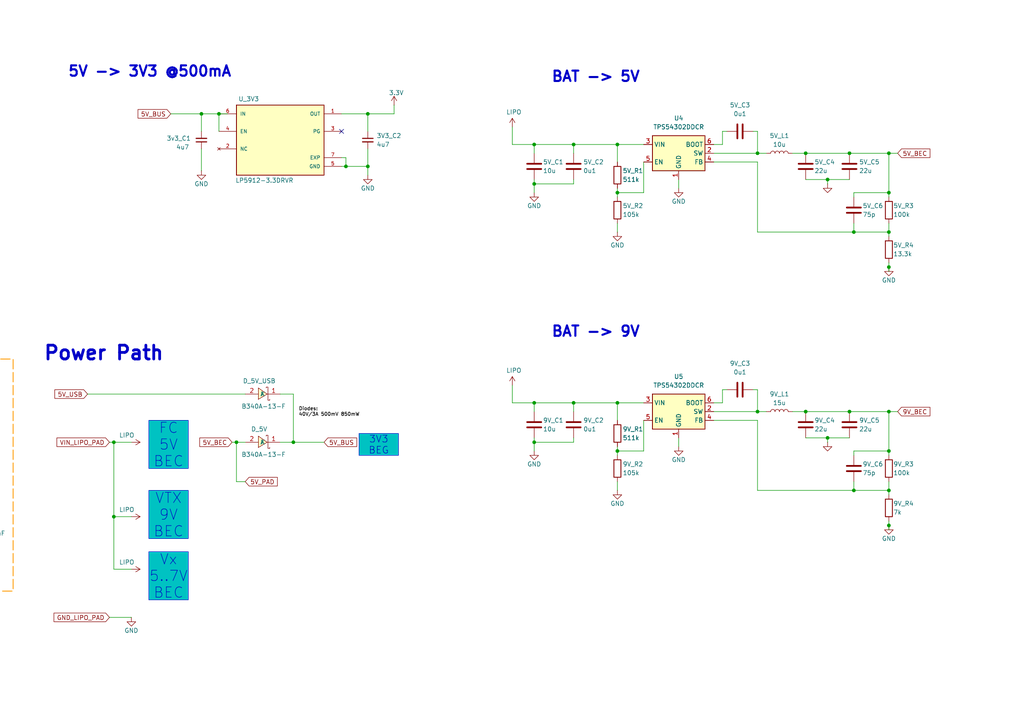
<source format=kicad_sch>
(kicad_sch (version 20250114) (generator "eeschema") (generator_version "9.0")
  (paper "A4")
  (lib_symbols
    (symbol "Device:C" (pin_numbers (hide yes)) (pin_names (offset 0.254))
      (property "Reference" "C" (at 0.635 2.54 0))
      (property "Value" "C" (at 0.635 -2.54 0))
      (symbol "C_0_1"
        (polyline (pts (xy -2.032 0.762) (xy 2.032 0.762)) (stroke (width 0.508)))
        (polyline (pts (xy -2.032 -0.762) (xy 2.032 -0.762)) (stroke (width 0.508)))
      )
      (symbol "C_1_1"
        (pin passive line (at 0 3.81 270) (length 2.794) (name "~") (number "1"))
        (pin passive line (at 0 -3.81 90) (length 2.794) (name "~") (number "2"))
      )
    )
    (symbol "Device:C_Small" (pin_numbers (hide yes)) (pin_names (offset 0.254) (hide yes))
      (property "Reference" "C" (at 0.254 1.778 0))
      (property "Value" "C_Small" (at 0.254 -2.032 0))
      (symbol "C_Small_0_1"
        (polyline (pts (xy -1.524 0.508) (xy 1.524 0.508)) (stroke (width 0.3048)))
        (polyline (pts (xy -1.524 -0.508) (xy 1.524 -0.508)) (stroke (width 0.3302)))
      )
      (symbol "C_Small_1_1"
        (pin passive line (at 0 2.54 270) (length 2.032) (name "~") (number "1"))
        (pin passive line (at 0 -2.54 90) (length 2.032) (name "~") (number "2"))
      )
    )
    (symbol "Device:L" (pin_numbers (hide yes)) (pin_names (offset 1.016) (hide yes))
      (property "Reference" "L" (at -1.27 0 90))
      (property "Value" "L" (at 1.905 0 90))
      (symbol "L_0_1"
        (arc (start 0 2.54) (mid 0.6323 1.905) (end 0 1.27))
        (arc (start 0 1.27) (mid 0.6323 0.635) (end 0 0))
        (arc (start 0 0) (mid 0.6323 -0.635) (end 0 -1.27))
        (arc (start 0 -1.27) (mid 0.6323 -1.905) (end 0 -2.54))
      )
      (symbol "L_1_1"
        (pin passive line (at 0 3.81 270) (length 1.27) (name "1") (number "1"))
        (pin passive line (at 0 -3.81 90) (length 1.27) (name "2") (number "2"))
      )
    )
    (symbol "Device:R" (pin_numbers (hide yes)) (pin_names (offset 0))
      (property "Reference" "R" (at 2.032 0 90))
      (property "Value" "R" (at 0 0 90))
      (symbol "R_0_1"
        (rectangle (start -1.016 -2.54) (end 1.016 2.54) (stroke (width 0.254)))
      )
      (symbol "R_1_1"
        (pin passive line (at 0 3.81 270) (length 1.27) (name "~") (number "1"))
        (pin passive line (at 0 -3.81 90) (length 1.27) (name "~") (number "2"))
      )
    )
    (symbol "Device:R_Small" (pin_numbers (hide yes)) (pin_names (offset 0.254) (hide yes))
      (property "Reference" "R" (at 0 0 90))
      (property "Value" "R_Small" (at 1.778 0 90))
      (symbol "R_Small_0_1"
        (rectangle (start -0.762 1.778) (end 0.762 -1.778) (stroke (width 0.2032)))
      )
      (symbol "R_Small_1_1"
        (pin passive line (at 0 2.54 270) (length 0.762) (name "~") (number "1"))
        (pin passive line (at 0 -2.54 90) (length 0.762) (name "~") (number "2"))
      )
    )
    (symbol "Regulator_Switching:TPS54302"
      (property "Reference" "U" (at -7.62 6.35 0))
      (property "Value" "TPS54302" (at 0 6.35 0))
      (symbol "TPS54302_0_1"
        (rectangle (start -7.62 5.08) (end 7.62 -5.08) (stroke (width 0.254)) (fill (type background)))
      )
      (symbol "TPS54302_1_1"
        (pin power_in line (at -10.16 2.54 0) (length 2.54) (name "VIN") (number "3"))
        (pin input line (at -10.16 -2.54 0) (length 2.54) (name "EN") (number "5"))
        (pin power_in line (at 0 -7.62 90) (length 2.54) (name "GND") (number "1"))
        (pin passive line (at 10.16 2.54 180) (length 2.54) (name "BOOT") (number "6"))
        (pin power_out line (at 10.16 0 180) (length 2.54) (name "SW") (number "2"))
        (pin input line (at 10.16 -2.54 180) (length 2.54) (name "FB") (number "4"))
      )
    )
    (symbol "custom_Library:3V3_MCU" (power) (pin_numbers (hide yes)) (pin_names (offset 0) (hide yes))
      (property "Value" "3V3_MCU" (at 0 3.556 0))
      (symbol "3V3_MCU_0_1"
        (polyline (pts (xy -0.762 1.27) (xy 0 2.54)))
        (polyline (pts (xy 0 2.54) (xy 0.762 1.27)))
        (polyline (pts (xy 0 0) (xy 0 2.54)))
      )
      (symbol "3V3_MCU_1_1"
        (pin power_in line (at 0 0 90) (length 0) (name "~") (number "1"))
      )
    )
    (symbol "custom_Library:B340A-13-F"
      (property "Reference" "D" (at 0 5.08 0))
      (property "Value" "B340A-13-F" (at 0 -5.08 0))
      (symbol "B340A-13-F_0_1"
        (polyline (pts (xy -2.03 1.52) (xy -2.03 1.78) (xy -1.52 1.78) (xy -1.52 -2.03) (xy -1.02 -2.03) (xy -1.02 -1.78)))
        (polyline (pts (xy 1.27 1.52) (xy -1.27 0) (xy 1.27 -1.78) (xy 1.27 1.52)) (fill (type background)))
        (pin unspecified line (at -5.08 0 0) (length 3.81) (name "K") (number "1"))
        (pin unspecified line (at 5.08 0 180) (length 3.81) (name "A") (number "2"))
      )
    )
    (symbol "custom_Library:LP5912-3.3DRVR" (pin_names (offset 1.016))
      (property "Reference" "U" (at -12.7 10.795 0))
      (property "Value" "LP5912-3.3DRVR" (at -12.7 -12.7 0))
      (symbol "LP5912-3.3DRVR_0_0"
        (rectangle (start -12.7 -10.16) (end 12.7 10.16) (stroke (width 0.254)) (fill (type background)))
        (pin input line (at -17.78 7.62 0) (length 5.08) (name "IN") (number "6"))
        (pin input line (at -17.78 2.54 0) (length 5.08) (name "EN") (number "4"))
        (pin no_connect line (at -17.78 -2.54 0) (length 5.08) (name "NC") (number "2"))
        (pin power_out line (at 17.78 7.62 180) (length 5.08) (name "OUT") (number "1"))
        (pin output line (at 17.78 2.54 180) (length 5.08) (name "PG") (number "3"))
        (pin power_in line (at 17.78 -5.08 180) (length 5.08) (name "EXP") (number "7"))
        (pin power_in line (at 17.78 -7.62 180) (length 5.08) (name "GND") (number "5"))
      )
    )
    (symbol "custom_Library:Vin_LIPO" (power) (pin_numbers (hide yes)) (pin_names (offset 0) (hide yes))
      (property "Value" "Vin_LIPO" (at 0 3.556 0))
      (symbol "Vin_LIPO_0_1"
        (polyline (pts (xy -0.762 1.27) (xy 0 2.54)))
        (polyline (pts (xy 0 2.54) (xy 0.762 1.27)))
        (polyline (pts (xy 0 0) (xy 0 2.54)))
      )
      (symbol "Vin_LIPO_1_1"
        (pin power_in line (at 0 0 90) (length 0) (name "~") (number "1"))
      )
    )
    (symbol "power:+5C" (power) (pin_numbers (hide yes)) (pin_names (offset 0) (hide yes))
      (property "Value" "+5C" (at 0 3.556 0))
      (symbol "+5C_0_1"
        (polyline (pts (xy -0.762 1.27) (xy 0 2.54)))
        (polyline (pts (xy 0 2.54) (xy 0.762 1.27)))
        (polyline (pts (xy 0 0) (xy 0 2.54)))
      )
      (symbol "+5C_1_1"
        (pin power_in line (at 0 0 90) (length 0) (name "~") (number "1"))
      )
    )
    (symbol "power:+5V" (power) (pin_numbers (hide yes)) (pin_names (offset 0) (hide yes))
      (property "Value" "+5V" (at 0 3.556 0))
      (symbol "+5V_0_1"
        (polyline (pts (xy -0.762 1.27) (xy 0 2.54)))
        (polyline (pts (xy 0 2.54) (xy 0.762 1.27)))
        (polyline (pts (xy 0 0) (xy 0 2.54)))
      )
      (symbol "+5V_1_1"
        (pin power_in line (at 0 0 90) (length 0) (name "~") (number "1"))
      )
    )
    (symbol "power:GND" (power) (pin_numbers (hide yes)) (pin_names (offset 0) (hide yes))
      (property "Value" "GND" (at 0 -3.81 0))
      (symbol "GND_0_1"
        (polyline (pts (xy 0 0) (xy 0 -1.27) (xy 1.27 -1.27) (xy 0 -2.54) (xy -1.27 -1.27) (xy 0 -1.27)))
      )
      (symbol "GND_1_1"
        (pin power_in line (at 0 0 270) (length 0) (name "~") (number "1"))
      )
    )
    (symbol "power:VBUS" (power) (pin_numbers (hide yes)) (pin_names (offset 0) (hide yes))
      (property "Value" "VBUS" (at 0 3.556 0))
      (symbol "VBUS_0_1"
        (polyline (pts (xy -0.762 1.27) (xy 0 2.54)))
        (polyline (pts (xy 0 2.54) (xy 0.762 1.27)))
        (polyline (pts (xy 0 0) (xy 0 2.54)))
      )
      (symbol "VBUS_1_1"
        (pin power_in line (at 0 0 90) (length 0) (name "~") (number "1"))
      )
    )
    (symbol "ul_TPS2121RUXR:TPS2121RUXR" (pin_names (offset 0.254))
      (property "Reference" "U4" (at 0 30.48 0))
      (property "Value" "TPS2121RUXR" (at 0 27.94 0))
      (symbol "TPS2121RUXR_0_1"
        (polyline (pts (xy -12.7 25.4) (xy -12.7 -25.4)) (stroke (width 0.2032)))
        (polyline (pts (xy -12.7 -25.4) (xy 12.7 -25.4)) (stroke (width 0.2032)))
        (polyline (pts (xy 12.7 25.4) (xy -12.7 25.4)) (stroke (width 0.2032)))
        (polyline (pts (xy 12.7 -25.4) (xy 12.7 25.4)) (stroke (width 0.2032)))
        (pin power_in line (at -17.78 20.32 0) (length 5.08) (name "IN1") (number "7"))
        (pin input line (at -17.78 12.7 0) (length 5.08) (name "PR1") (number "6"))
        (pin power_in line (at -17.78 -2.54 0) (length 5.08) (name "IN2") (number "2"))
        (pin input line (at -17.78 -10.16 0) (length 5.08) (name "CP2") (number "3"))
        (pin input line (at -17.78 -20.32 0) (length 5.08) (name "OV2") (number "4"))
        (pin power_in line (at 17.78 20.32 180) (length 5.08) (name "OUT") (number "1"))
        (pin power_in line (at 17.78 17.78 180) (length 5.08) (name "OUT") (number "8"))
        (pin input line (at 17.78 7.62 180) (length 5.08) (name "OV1") (number "5"))
        (pin output line (at 17.78 2.54 180) (length 5.08) (name "ST") (number "9"))
        (pin bidirectional line (at 17.78 -5.08 180) (length 5.08) (name "SS") (number "11"))
        (pin bidirectional line (at 17.78 -10.16 180) (length 5.08) (name "ILM") (number "10"))
        (pin power_in line (at 17.78 -20.32 180) (length 5.08) (name "GND") (number "12"))
      )
    )
  )
  (rectangle (start -67.31 104.14) (end 3.81 171.45) (stroke (width 0.25) (type dash) (color 255 153 0 1)))
  (text "5V -> 3V3 @500mA" (at 19.558 22.606 0) (effects (font (size 3 3) (thickness 0.6) (bold yes)) (justify left bottom)))
  (text "Power Path" (at 12.446 104.902 0) (effects (font (size 4 4) (thickness 0.8) (bold yes)) (justify left bottom)))
  (text "BAT -> 9V" (at 159.766 98.044 0) (effects (font (size 3 3) (thickness 0.6) (bold yes)) (justify left bottom)))
  (text "Power Mux" (at -32.004 101.346 0) (effects (font (size 3 3) (thickness 0.375))))
  (text "BAT -> 5V" (at 159.766 24.13 0) (effects (font (size 3 3) (thickness 0.6) (bold yes)) (justify left bottom)))
  (text "Diodes: \n40V/3A 500mV 850mW" (at 86.614 120.904 0) (effects (font (size 1 1)) (justify left bottom)))
  (text_box "Vx\n5..7V BEC" (at 43.18 160.02 0) (size 11.43 13.97) (margins 2.25 2.25 2.25 2.25) (fill (type color) (color 0 194 194 1)) (effects (font (size 3 3))))
  (text_box "VTX\n9V BEC" (at 43.18 142.24 0) (size 11.43 13.97) (margins 2.25 2.25 2.25 2.25) (fill (type color) (color 0 194 194 1)) (effects (font (size 3 3))))
  (text_box "FC\n5V \nBEC\n" (at 43.18 121.92 0) (size 11.43 13.97) (margins 2.25 2.25 2.25 2.25) (fill (type color) (color 0 194 194 1)) (effects (font (size 3 3))))
  (text_box "3V3 BEG" (at 104.14 125.73 0) (size 11.43 6.35) (margins 1.5 1.5 1.5 1.5) (fill (type color) (color 0 194 194 1)) (effects (font (size 2 2))))
  (junction (at 154.94 41.91))
  (junction (at 233.68 119.38))
  (junction (at 257.81 67.31))
  (junction (at 179.07 55.88))
  (junction (at -53.34 118.11))
  (junction (at 68.58 128.27))
  (junction (at 240.03 127))
  (junction (at -12.7 158.75))
  (junction (at 166.37 41.91))
  (junction (at 106.68 48.26))
  (junction (at 33.02 128.27))
  (junction (at -53.34 158.75))
  (junction (at 166.37 116.84))
  (junction (at 257.81 77.47))
  (junction (at 257.81 130.81))
  (junction (at -53.34 125.73))
  (junction (at 58.42 33.02))
  (junction (at 154.94 116.84))
  (junction (at 154.94 53.34))
  (junction (at -12.7 135.89))
  (junction (at 257.81 142.24))
  (junction (at 219.71 119.38))
  (junction (at -53.34 148.59))
  (junction (at -12.7 118.11))
  (junction (at 106.68 33.02))
  (junction (at 233.68 44.45))
  (junction (at 219.71 44.45))
  (junction (at 179.07 41.91))
  (junction (at 257.81 44.45))
  (junction (at 247.65 142.24))
  (junction (at 179.07 130.81))
  (junction (at -53.34 140.97))
  (junction (at 257.81 55.88))
  (junction (at 246.38 119.38))
  (junction (at 240.03 52.07))
  (junction (at 257.81 152.4))
  (junction (at 179.07 116.84))
  (junction (at 85.09 128.27))
  (junction (at 247.65 67.31))
  (junction (at 257.81 119.38))
  (junction (at 100.33 48.26))
  (junction (at 63.5 33.02))
  (junction (at 246.38 44.45))
  (junction (at 33.02 149.86))
  (junction (at 154.94 128.27))
  (no_connect (at 99.06 38.1))
  (wire (pts (xy 63.5 33.02) (xy 63.5 38.1)))
  (wire (pts (xy 25.4 114.3) (xy 71.12 114.3)))
  (wire (pts (xy 233.68 127) (xy 240.03 127)))
  (wire (pts (xy 58.42 33.02) (xy 63.5 33.02)))
  (wire (pts (xy -12.7 156.21) (xy -12.7 158.75)))
  (wire (pts (xy 166.37 41.91) (xy 179.07 41.91)))
  (wire (pts (xy 219.71 121.92) (xy 207.01 121.92)))
  (wire (pts (xy 233.68 119.38) (xy 246.38 119.38)))
  (wire (pts (xy 33.02 128.27) (xy 31.75 128.27)))
  (wire (pts (xy 257.81 44.45) (xy 260.35 44.45)))
  (wire (pts (xy 257.81 152.4) (xy 257.81 153.67)))
  (wire (pts (xy 179.07 41.91) (xy 186.69 41.91)))
  (wire (pts (xy 257.81 119.38) (xy 257.81 130.81)))
  (wire (pts (xy 81.28 128.27) (xy 85.09 128.27)))
  (wire (pts (xy -53.34 140.97) (xy -50.8 140.97)))
  (wire (pts (xy 38.1 165.1) (xy 33.02 165.1)))
  (wire (pts (xy 154.94 53.34) (xy 166.37 53.34)))
  (wire (pts (xy 154.94 53.34) (xy 154.94 55.88)))
  (wire (pts (xy 247.65 67.31) (xy 257.81 67.31)))
  (wire (pts (xy 247.65 64.77) (xy 247.65 67.31)))
  (wire (pts (xy 257.81 139.7) (xy 257.81 142.24)))
  (wire (pts (xy -50.8 148.59) (xy -53.34 148.59)))
  (wire (pts (xy -12.7 158.75) (xy -15.24 158.75)))
  (wire (pts (xy 219.71 44.45) (xy 222.25 44.45)))
  (wire (pts (xy -53.34 140.97) (xy -53.34 142.24)))
  (wire (pts (xy 229.87 119.38) (xy 233.68 119.38)))
  (wire (pts (xy -53.34 156.21) (xy -53.34 158.75)))
  (wire (pts (xy 218.44 113.03) (xy 219.71 113.03)))
  (wire (pts (xy 114.3 33.02) (xy 114.3 30.48)))
  (wire (pts (xy 58.42 43.18) (xy 58.42 49.53)))
  (wire (pts (xy 31.75 179.07) (xy 38.1 179.07)))
  (wire (pts (xy 257.81 55.88) (xy 257.81 57.15)))
  (wire (pts (xy 85.09 114.3) (xy 85.09 128.27)))
  (wire (pts (xy 219.71 121.92) (xy 219.71 142.24)))
  (wire (pts (xy 179.07 116.84) (xy 186.69 116.84)))
  (wire (pts (xy 166.37 127) (xy 166.37 128.27)))
  (wire (pts (xy 148.59 116.84) (xy 154.94 116.84)))
  (wire (pts (xy 154.94 128.27) (xy 166.37 128.27)))
  (wire (pts (xy 246.38 119.38) (xy 257.81 119.38)))
  (wire (pts (xy 154.94 41.91) (xy 166.37 41.91)))
  (wire (pts (xy 209.55 113.03) (xy 209.55 116.84)))
  (wire (pts (xy 99.06 45.72) (xy 100.33 45.72)))
  (wire (pts (xy -53.34 125.73) (xy -53.34 127)))
  (wire (pts (xy 207.01 119.38) (xy 219.71 119.38)))
  (wire (pts (xy 219.71 38.1) (xy 219.71 44.45)))
  (wire (pts (xy 247.65 142.24) (xy 257.81 142.24)))
  (wire (pts (xy -15.24 135.89) (xy -12.7 135.89)))
  (wire (pts (xy 85.09 128.27) (xy 93.98 128.27)))
  (wire (pts (xy 154.94 53.34) (xy 154.94 52.07)))
  (wire (pts (xy 166.37 52.07) (xy 166.37 53.34)))
  (wire (pts (xy 240.03 52.07) (xy 246.38 52.07)))
  (wire (pts (xy 148.59 41.91) (xy 154.94 41.91)))
  (wire (pts (xy 33.02 149.86) (xy 33.02 128.27)))
  (wire (pts (xy 246.38 44.45) (xy 257.81 44.45)))
  (wire (pts (xy 196.85 127) (xy 196.85 129.54)))
  (wire (pts (xy 179.07 55.88) (xy 179.07 57.15)))
  (wire (pts (xy 257.81 119.38) (xy 260.35 119.38)))
  (wire (pts (xy 257.81 142.24) (xy 257.81 143.51)))
  (wire (pts (xy 247.65 55.88) (xy 257.81 55.88)))
  (wire (pts (xy 247.65 55.88) (xy 247.65 57.15)))
  (wire (pts (xy 179.07 116.84) (xy 179.07 121.92)))
  (wire (pts (xy 166.37 116.84) (xy 179.07 116.84)))
  (wire (pts (xy 219.71 67.31) (xy 247.65 67.31)))
  (wire (pts (xy 148.59 111.76) (xy 148.59 116.84)))
  (wire (pts (xy -12.7 148.59) (xy -12.7 151.13)))
  (wire (pts (xy 33.02 149.86) (xy 33.02 165.1)))
  (wire (pts (xy -53.34 148.59) (xy -53.34 151.13)))
  (wire (pts (xy 68.58 128.27) (xy 71.12 128.27)))
  (wire (pts (xy 166.37 41.91) (xy 166.37 44.45)))
  (wire (pts (xy 106.68 48.26) (xy 106.68 50.8)))
  (wire (pts (xy 219.71 142.24) (xy 247.65 142.24)))
  (wire (pts (xy -12.7 161.29) (xy -12.7 158.75)))
  (wire (pts (xy -6.35 158.75) (xy -12.7 158.75)))
  (wire (pts (xy 38.1 128.27) (xy 33.02 128.27)))
  (wire (pts (xy 179.07 130.81) (xy 179.07 132.08)))
  (wire (pts (xy 38.1 149.86) (xy 33.02 149.86)))
  (wire (pts (xy 179.07 54.61) (xy 179.07 55.88)))
  (wire (pts (xy -15.24 148.59) (xy -12.7 148.59)))
  (wire (pts (xy 186.69 46.99) (xy 186.69 55.88)))
  (wire (pts (xy 100.33 45.72) (xy 100.33 48.26)))
  (wire (pts (xy 247.65 130.81) (xy 247.65 132.08)))
  (wire (pts (xy 186.69 55.88) (xy 179.07 55.88)))
  (wire (pts (xy 247.65 139.7) (xy 247.65 142.24)))
  (wire (pts (xy 66.04 33.02) (xy 63.5 33.02)))
  (wire (pts (xy 196.85 52.07) (xy 196.85 54.61)))
  (wire (pts (xy -12.7 135.89) (xy -12.7 130.81)))
  (wire (pts (xy 233.68 52.07) (xy 240.03 52.07)))
  (wire (pts (xy -15.24 143.51) (xy -6.35 143.51)))
  (wire (pts (xy 154.94 119.38) (xy 154.94 116.84)))
  (wire (pts (xy -15.24 118.11) (xy -12.7 118.11)))
  (wire (pts (xy 186.69 130.81) (xy 179.07 130.81)))
  (wire (pts (xy 209.55 38.1) (xy 210.82 38.1)))
  (wire (pts (xy -53.34 132.08) (xy -53.34 133.35)))
  (wire (pts (xy 207.01 44.45) (xy 219.71 44.45)))
  (wire (pts (xy 209.55 38.1) (xy 209.55 41.91)))
  (wire (pts (xy 257.81 76.2) (xy 257.81 77.47)))
  (wire (pts (xy 240.03 128.27) (xy 240.03 127)))
  (wire (pts (xy 81.28 114.3) (xy 85.09 114.3)))
  (wire (pts (xy 49.53 33.02) (xy 58.42 33.02)))
  (wire (pts (xy 100.33 48.26) (xy 106.68 48.26)))
  (wire (pts (xy 219.71 119.38) (xy 222.25 119.38)))
  (wire (pts (xy 209.55 116.84) (xy 207.01 116.84)))
  (wire (pts (xy 257.81 130.81) (xy 257.81 132.08)))
  (wire (pts (xy -53.34 158.75) (xy -53.34 161.29)))
  (wire (pts (xy -53.34 158.75) (xy -50.8 158.75)))
  (wire (pts (xy 179.07 41.91) (xy 179.07 46.99)))
  (wire (pts (xy -53.34 124.46) (xy -53.34 125.73)))
  (wire (pts (xy 219.71 46.99) (xy 219.71 67.31)))
  (wire (pts (xy 219.71 46.99) (xy 207.01 46.99)))
  (wire (pts (xy 233.68 44.45) (xy 246.38 44.45)))
  (wire (pts (xy 218.44 38.1) (xy 219.71 38.1)))
  (wire (pts (xy 154.94 128.27) (xy 154.94 130.81)))
  (wire (pts (xy -6.35 143.51) (xy -6.35 151.13)))
  (wire (pts (xy -12.7 120.65) (xy -12.7 118.11)))
  (wire (pts (xy -59.69 118.11) (xy -53.34 118.11)))
  (wire (pts (xy -53.34 118.11) (xy -53.34 119.38)))
  (wire (pts (xy 71.12 139.7) (xy 68.58 139.7)))
  (wire (pts (xy 154.94 116.84) (xy 166.37 116.84)))
  (wire (pts (xy 99.06 48.26) (xy 100.33 48.26)))
  (wire (pts (xy 186.69 121.92) (xy 186.69 130.81)))
  (wire (pts (xy 106.68 38.1) (xy 106.68 33.02)))
  (wire (pts (xy 148.59 36.83) (xy 148.59 41.91)))
  (wire (pts (xy 114.3 33.02) (xy 106.68 33.02)))
  (wire (pts (xy 154.94 44.45) (xy 154.94 41.91)))
  (wire (pts (xy 209.55 113.03) (xy 210.82 113.03)))
  (wire (pts (xy 209.55 41.91) (xy 207.01 41.91)))
  (wire (pts (xy 68.58 139.7) (xy 68.58 128.27)))
  (wire (pts (xy 99.06 33.02) (xy 106.68 33.02)))
  (wire (pts (xy 154.94 128.27) (xy 154.94 127)))
  (wire (pts (xy 219.71 113.03) (xy 219.71 119.38)))
  (wire (pts (xy 179.07 64.77) (xy 179.07 67.31)))
  (wire (pts (xy 67.31 128.27) (xy 68.58 128.27)))
  (wire (pts (xy -59.69 140.97) (xy -53.34 140.97)))
  (wire (pts (xy -53.34 118.11) (xy -50.8 118.11)))
  (wire (pts (xy 257.81 67.31) (xy 257.81 68.58)))
  (wire (pts (xy -15.24 130.81) (xy -12.7 130.81)))
  (wire (pts (xy -53.34 125.73) (xy -50.8 125.73)))
  (wire (pts (xy 240.03 127) (xy 246.38 127)))
  (wire (pts (xy 257.81 44.45) (xy 257.81 55.88)))
  (wire (pts (xy 106.68 43.18) (xy 106.68 48.26)))
  (wire (pts (xy 240.03 53.34) (xy 240.03 52.07)))
  (wire (pts (xy 229.87 44.45) (xy 233.68 44.45)))
  (wire (pts (xy 247.65 130.81) (xy 257.81 130.81)))
  (wire (pts (xy 257.81 64.77) (xy 257.81 67.31)))
  (wire (pts (xy -6.35 156.21) (xy -6.35 158.75)))
  (wire (pts (xy 58.42 33.02) (xy 58.42 38.1)))
  (wire (pts (xy 179.07 129.54) (xy 179.07 130.81)))
  (wire (pts (xy 257.81 151.13) (xy 257.81 152.4)))
  (wire (pts (xy 257.81 77.47) (xy 257.81 78.74)))
  (wire (pts (xy -53.34 148.59) (xy -53.34 147.32)))
  (wire (pts (xy -15.24 120.65) (xy -12.7 120.65)))
  (wire (pts (xy 179.07 139.7) (xy 179.07 142.24)))
  (wire (pts (xy 166.37 116.84) (xy 166.37 119.38)))
  (global_label "5V_BEC" (shape input) (at 67.31 128.27 180) (property "Intersheetrefs" "${INTERSHEET_REFS}" (effects (hide yes))))
  (global_label "9V_BEC" (shape input) (at 260.35 119.38 0) (property "Intersheetrefs" "${INTERSHEET_REFS}" (effects (hide yes))))
  (global_label "5V_BUS" (shape input) (at 93.98 128.27 0) (property "Intersheetrefs" "${INTERSHEET_REFS}" (effects (hide yes))))
  (global_label "GND_LIPO_PAD" (shape input) (at 31.75 179.07 180) (property "Intersheetrefs" "${INTERSHEET_REFS}" (effects (hide yes))))
  (global_label "5V_BEC" (shape input) (at 260.35 44.45 0) (property "Intersheetrefs" "${INTERSHEET_REFS}" (effects (hide yes))))
  (global_label "5V_PAD" (shape input) (at 71.12 139.7 0) (property "Intersheetrefs" "${INTERSHEET_REFS}" (effects (hide yes))))
  (global_label "5V_USB" (shape input) (at 25.4 114.3 180) (property "Intersheetrefs" "${INTERSHEET_REFS}" (effects (hide yes))))
  (global_label "5V_BUS" (shape input) (at 49.53 33.02 180) (property "Intersheetrefs" "${INTERSHEET_REFS}" (effects (hide yes))))
  (global_label "VIN_LIPO_PAD" (shape input) (at 31.75 128.27 180) (property "Intersheetrefs" "${INTERSHEET_REFS}" (effects (hide yes))))
  (symbol (lib_id "power:GND") (at 179.07 67.31 0) (unit 1)
    (property "Reference" "#PWR05" (effects (hide yes)))
    (property "Value" "GND" (at 179.07 71.12 0))
    (property "Description" "Power symbol creates a global label with name \"GND\" , ground" (effects (hide yes)))
  )
  (symbol (lib_id "custom_Library:Vin_LIPO") (at 38.1 165.1 270) (unit 1)
    (property "Reference" "#PWR068" (effects (hide yes)))
    (property "Value" "LIPO" (at 34.544 163.068 90) (effects (justify left)))
    (property "Description" "Power symbol creates a global label with name \"Vin_LIPO\"" (effects (hide yes)))
  )
  (symbol (lib_id "Regulator_Switching:TPS54302") (at 196.85 44.45 0) (unit 1)
    (property "Reference" "U4" (at 196.85 34.29 0))
    (property "Value" "TPS54302DDCR" (at 196.85 36.83 0))
    (property "Footprint" "Package_TO_SOT_SMD:SOT-23-6" (effects (hide yes)))
    (property "Datasheet" "http://www.ti.com/lit/ds/symlink/tps54302.pdf" (effects (hide yes)))
    (property "Description" "3A, 4.5 to 28V Input, EMI Friendly integrated switch synchronous step-down regulator, pulse-skipping, SOT-23-6" (effects (hide yes)))
  )
  (symbol (lib_id "Device:C") (at 247.65 60.96 0) (unit 1)
    (property "Reference" "5V_C6" (at 250.19 59.69 0) (effects (justify left)))
    (property "Value" "75p" (at 250.19 62.23 0) (effects (justify left)))
    (property "Footprint" "Capacitor_SMD:C_0402_1005Metric" (effects (hide yes)))
    (property "Description" "Unpolarized capacitor" (effects (hide yes)))
  )
  (symbol (lib_id "power:GND") (at 106.68 50.8 0) (unit 1)
    (property "Reference" "#PWR020" (effects (hide yes)))
    (property "Value" "GND" (at 106.68 54.61 0))
    (property "Description" "Power symbol creates a global label with name \"GND\" , ground" (effects (hide yes)))
  )
  (symbol (lib_id "Device:C") (at 214.63 38.1 90) (unit 1)
    (property "Reference" "5V_C3" (at 214.63 30.48 90))
    (property "Value" "0u1" (at 214.63 33.02 90))
    (property "Footprint" "Capacitor_SMD:C_0402_1005Metric" (effects (hide yes)))
    (property "Description" "Unpolarized capacitor" (effects (hide yes)))
  )
  (symbol (lib_id "Device:R_Small") (at -53.34 129.54 180) (unit 1)
    (property "Reference" "R16" (at -56.896 129.54 90) (effects (font (size 1.016 1.016))))
    (property "Value" "5kΩ" (at -55.372 129.54 90))
    (property "Footprint" "Resistor_SMD:R_0603_1608Metric" (effects (hide yes)))
    (property "Description" "Resistor, small symbol" (effects (hide yes)))
  )
  (symbol (lib_id "Device:C") (at 233.68 48.26 0) (unit 1)
    (property "Reference" "5V_C4" (at 236.22 46.99 0) (effects (justify left)))
    (property "Value" "22u" (at 236.22 49.53 0) (effects (justify left)))
    (property "Footprint" "Capacitor_SMD:C_0805_2012Metric" (effects (hide yes)))
    (property "Description" "Unpolarized capacitor" (effects (hide yes)))
  )
  (symbol (lib_id "Regulator_Switching:TPS54302") (at 196.85 119.38 0) (unit 1)
    (property "Reference" "U5" (at 196.85 109.22 0))
    (property "Value" "TPS54302DDCR" (at 196.85 111.76 0))
    (property "Footprint" "Package_TO_SOT_SMD:SOT-23-6" (effects (hide yes)))
    (property "Datasheet" "http://www.ti.com/lit/ds/symlink/tps54302.pdf" (effects (hide yes)))
    (property "Description" "3A, 4.5 to 28V Input, EMI Friendly integrated switch synchronous step-down regulator, pulse-skipping, SOT-23-6" (effects (hide yes)))
  )
  (symbol (lib_id "Device:C") (at 154.94 123.19 0) (unit 1)
    (property "Reference" "9V_C1" (at 157.48 121.92 0) (effects (justify left)))
    (property "Value" "10u" (at 157.48 124.46 0) (effects (justify left)))
    (property "Footprint" "Capacitor_SMD:C_0603_1608Metric" (effects (hide yes)))
    (property "Description" "Unpolarized capacitor" (effects (hide yes)))
  )
  (symbol (lib_id "Device:C") (at 166.37 48.26 0) (unit 1)
    (property "Reference" "5V_C2" (at 169.164 46.99 0) (effects (justify left)))
    (property "Value" "0u1" (at 169.164 49.53 0) (effects (justify left)))
    (property "Footprint" "Capacitor_SMD:C_0402_1005Metric" (effects (hide yes)))
    (property "Description" "Unpolarized capacitor" (effects (hide yes)))
  )
  (symbol (lib_id "custom_Library:Vin_LIPO") (at 38.1 128.27 270) (unit 1)
    (property "Reference" "#PWR052" (effects (hide yes)))
    (property "Value" "LIPO" (at 34.544 126.238 90) (effects (justify left)))
    (property "Description" "Power symbol creates a global label with name \"Vin_LIPO\"" (effects (hide yes)))
  )
  (symbol (lib_id "custom_Library:Vin_LIPO") (at 148.59 111.76 0) (unit 1)
    (property "Reference" "#PWR010" (effects (hide yes)))
    (property "Value" "LIPO" (at 146.812 107.442 0) (effects (justify left)))
    (property "Description" "Power symbol creates a global label with name \"Vin_LIPO\"" (effects (hide yes)))
  )
  (symbol (lib_id "Device:C_Small") (at 58.42 40.64 180) (unit 1)
    (property "Reference" "3v3_C1" (at 55.372 40.132 0) (effects (justify left)))
    (property "Value" "4u7" (at 54.864 42.672 0) (effects (justify left)))
    (property "Footprint" "Capacitor_SMD:C_0805_2012Metric" (effects (hide yes)))
    (property "Description" "Unpolarized capacitor, small symbol" (effects (hide yes)))
    (property "Arrow Part Number" "xx" (effects (hide yes)))
    (property "MANUFACTURER" "0" (effects (hide yes)))
    (property "# Footprint checked" "-" (effects (hide yes)))
    (property "# Value checked" "-" (effects (hide yes)))
    (property "#LCSC Check" "-" (effects (hide yes)))
    (property "#LCSC Part" "C15850" (effects (hide yes)))
    (property "Price" "-" (effects (hide yes)))
  )
  (symbol (lib_id "custom_Library:3V3_MCU") (at 114.3 30.48 0) (unit 1)
    (property "Reference" "#PWR022" (effects (hide yes)))
    (property "Value" "3.3V" (at 112.776 26.924 0) (effects (justify left)))
    (property "Description" "Power symbol creates a global label with name \"3V3_MCU\"" (effects (hide yes)))
  )
  (symbol (lib_id "Device:L") (at 226.06 44.45 90) (unit 1)
    (property "Reference" "5V_L1" (at 226.06 39.37 90))
    (property "Value" "10u" (at 226.06 41.91 90))
    (property "Footprint" "Capacitor_SMD:C_0603_1608Metric" (effects (hide yes)))
    (property "Description" "Inductor" (effects (hide yes)))
  )
  (symbol (lib_id "ul_TPS2121RUXR:TPS2121RUXR") (at -33.02 138.43 0) (unit 1)
    (property "Reference" "U3" (at -33.02 107.95 0) (effects (font (size 1.524 1.524))))
    (property "Value" "TPS2121RUXR" (at -33.02 110.49 0) (effects (font (size 1.524 1.524))))
    (property "Footprint" "TPS2121RUXR:RUX0012A" (effects (hide yes)))
    (property "Datasheet" "https://www.ti.com/lit/gpn/tps2121" (at -33.02 138.43 0) (effects (font (italic yes))))
  )
  (symbol (lib_id "custom_Library:B340A-13-F") (at 76.2 114.3 180) (unit 1)
    (property "Reference" "D_5V_USB" (at 75.184 110.49 0))
    (property "Value" "B340A-13-F" (at 76.454 117.856 0))
    (property "Footprint" "custom_Library:Schottky BA340 SMA_L4.4-W2.6-LS5.0-RD" (effects (hide yes)))
    (property "Datasheet" "https://lcsc.com/product-detail/Schottky-Barrier-Diodes-SBD_DIODES_B340A-13-F_B340A-13-F_C85098.html" (effects (hide yes)))
    (property "# Footprint checked" "-" (effects (hide yes)))
    (property "# Value checked" "-" (effects (hide yes)))
    (property "#LCSC Check" "-" (effects (hide yes)))
    (property "#LCSC Part" "C85098" (effects (hide yes)))
    (property "Price" "-" (effects (hide yes)))
    (property "LCSC Part" "C85098" (effects (hide yes)))
  )
  (symbol (lib_id "Device:C") (at 246.38 123.19 0) (unit 1)
    (property "Reference" "9V_C5" (at 249.174 121.92 0) (effects (justify left)))
    (property "Value" "22u" (at 249.174 124.46 0) (effects (justify left)))
    (property "Footprint" "Capacitor_SMD:C_0805_2012Metric" (effects (hide yes)))
    (property "Description" "Unpolarized capacitor" (effects (hide yes)))
  )
  (symbol (lib_id "Device:C") (at 166.37 123.19 0) (unit 1)
    (property "Reference" "9V_C2" (at 169.164 121.92 0) (effects (justify left)))
    (property "Value" "0u1" (at 169.164 124.46 0) (effects (justify left)))
    (property "Footprint" "Capacitor_SMD:C_0402_1005Metric" (effects (hide yes)))
    (property "Description" "Unpolarized capacitor" (effects (hide yes)))
  )
  (symbol (lib_id "power:GND") (at 154.94 55.88 0) (unit 1)
    (property "Reference" "#PWR03" (effects (hide yes)))
    (property "Value" "GND" (at 154.94 59.69 0))
    (property "Description" "Power symbol creates a global label with name \"GND\" , ground" (effects (hide yes)))
  )
  (symbol (lib_id "power:GND") (at 240.03 128.27 0) (unit 1)
    (property "Reference" "#PWR014" (effects (hide yes)))
    (property "Value" "GND" (effects (hide yes)))
    (property "Description" "Power symbol creates a global label with name \"GND\" , ground" (effects (hide yes)))
  )
  (symbol (lib_id "custom_Library:Vin_LIPO") (at 148.59 36.83 0) (unit 1)
    (property "Reference" "#PWR042" (effects (hide yes)))
    (property "Value" "LIPO" (at 146.812 32.512 0) (effects (justify left)))
    (property "Description" "Power symbol creates a global label with name \"Vin_LIPO\"" (effects (hide yes)))
  )
  (symbol (lib_id "Device:C") (at 214.63 113.03 90) (unit 1)
    (property "Reference" "9V_C3" (at 214.63 105.41 90))
    (property "Value" "0u1" (at 214.63 107.95 90))
    (property "Footprint" "Capacitor_SMD:C_0402_1005Metric" (effects (hide yes)))
    (property "Description" "Unpolarized capacitor" (effects (hide yes)))
  )
  (symbol (lib_id "Device:C") (at 233.68 123.19 0) (unit 1)
    (property "Reference" "9V_C4" (at 236.22 121.92 0) (effects (justify left)))
    (property "Value" "22u" (at 236.22 124.46 0) (effects (justify left)))
    (property "Footprint" "Capacitor_SMD:C_0805_2012Metric" (effects (hide yes)))
    (property "Description" "Unpolarized capacitor" (effects (hide yes)))
  )
  (symbol (lib_id "Device:R") (at 179.07 60.96 0) (unit 1)
    (property "Reference" "5V_R2" (at 180.594 59.69 0) (effects (justify left)))
    (property "Value" "105k" (at 180.594 62.23 0) (effects (justify left)))
    (property "Footprint" "Resistor_SMD:R_0603_1608Metric" (effects (hide yes)))
    (property "Description" "Resistor" (effects (hide yes)))
  )
  (symbol (lib_id "Device:R") (at 257.81 60.96 0) (unit 1)
    (property "Reference" "5V_R3" (at 259.08 59.69 0) (effects (justify left)))
    (property "Value" "100k" (at 259.08 62.23 0) (effects (justify left)))
    (property "Footprint" "Resistor_SMD:R_0603_1608Metric" (effects (hide yes)))
    (property "Description" "Resistor" (effects (hide yes)))
  )
  (symbol (lib_id "Device:C") (at 154.94 48.26 0) (unit 1)
    (property "Reference" "5V_C1" (at 157.48 46.99 0) (effects (justify left)))
    (property "Value" "10u" (at 157.48 49.53 0) (effects (justify left)))
    (property "Footprint" "Capacitor_SMD:C_0603_1608Metric" (effects (hide yes)))
    (property "Description" "Unpolarized capacitor" (effects (hide yes)))
  )
  (symbol (lib_id "power:+5V") (at -59.69 140.97 0) (unit 1)
    (property "Reference" "#PWR038" (effects (hide yes)))
    (property "Value" "+5V" (at -59.69 135.89 0))
    (property "Description" "Power symbol creates a global label with name \"+5V\"" (effects (hide yes)))
  )
  (symbol (lib_id "power:GND") (at -12.7 135.89 0) (unit 1)
    (property "Reference" "#PWR046" (effects (hide yes)))
    (property "Value" "GND" (at -12.7 140.97 0))
    (property "Description" "Power symbol creates a global label with name \"GND\" , ground" (effects (hide yes)))
  )
  (symbol (lib_id "power:GND") (at 38.1 179.07 0) (unit 1)
    (property "Reference" "#PWR054" (effects (hide yes)))
    (property "Value" "GND" (at 38.1 182.88 0))
    (property "Description" "Power symbol creates a global label with name \"GND\" , ground" (effects (hide yes)))
  )
  (symbol (lib_id "Device:R") (at 179.07 135.89 0) (unit 1)
    (property "Reference" "9V_R2" (at 180.594 134.62 0) (effects (justify left)))
    (property "Value" "105k" (at 180.594 137.16 0) (effects (justify left)))
    (property "Footprint" "Resistor_SMD:R_0603_1608Metric" (effects (hide yes)))
    (property "Description" "Resistor" (effects (hide yes)))
  )
  (symbol (lib_id "power:VBUS") (at -59.69 118.11 0) (unit 1)
    (property "Reference" "#PWR073" (effects (hide yes)))
    (property "Value" "VBUS" (at -59.69 113.03 0))
    (property "Description" "Power symbol creates a global label with name \"VBUS\"" (effects (hide yes)))
  )
  (symbol (lib_id "Device:R") (at 257.81 72.39 0) (unit 1)
    (property "Reference" "5V_R4" (at 259.08 71.12 0) (effects (justify left)))
    (property "Value" "13.3k" (at 259.08 73.66 0) (effects (justify left)))
    (property "Footprint" "Resistor_SMD:R_0402_1005Metric" (effects (hide yes)))
    (property "Description" "Resistor" (effects (hide yes)))
  )
  (symbol (lib_id "Device:C") (at 247.65 135.89 0) (unit 1)
    (property "Reference" "9V_C6" (at 250.19 134.62 0) (effects (justify left)))
    (property "Value" "75p" (at 250.19 137.16 0) (effects (justify left)))
    (property "Footprint" "Capacitor_SMD:C_0402_1005Metric" (effects (hide yes)))
    (property "Description" "Unpolarized capacitor" (effects (hide yes)))
  )
  (symbol (lib_id "power:GND") (at 196.85 129.54 0) (unit 1)
    (property "Reference" "#PWR013" (effects (hide yes)))
    (property "Value" "GND" (at 196.85 133.35 0))
    (property "Description" "Power symbol creates a global label with name \"GND\" , ground" (effects (hide yes)))
  )
  (symbol (lib_id "power:GND") (at -53.34 161.29 0) (unit 1)
    (property "Reference" "#PWR053" (effects (hide yes)))
    (property "Value" "GND" (at -53.34 166.37 0))
    (property "Description" "Power symbol creates a global label with name \"GND\" , ground" (effects (hide yes)))
  )
  (symbol (lib_id "power:GND") (at 196.85 54.61 0) (unit 1)
    (property "Reference" "#PWR09" (effects (hide yes)))
    (property "Value" "GND" (at 196.85 58.42 0))
    (property "Description" "Power symbol creates a global label with name \"GND\" , ground" (effects (hide yes)))
  )
  (symbol (lib_id "power:+5C") (at -12.7 118.11 0) (unit 1)
    (property "Reference" "#PWR038" (effects (hide yes)))
    (property "Value" "+5C" (at -12.7 113.03 0))
    (property "Description" "Power symbol creates a global label with name \"+5C\"" (effects (hide yes)))
  )
  (symbol (lib_id "power:GND") (at 154.94 130.81 0) (unit 1)
    (property "Reference" "#PWR011" (effects (hide yes)))
    (property "Value" "GND" (at 154.94 134.62 0))
    (property "Description" "Power symbol creates a global label with name \"GND\" , ground" (effects (hide yes)))
  )
  (symbol (lib_id "power:GND") (at 257.81 77.47 0) (unit 1)
    (property "Reference" "#PWR08" (effects (hide yes)))
    (property "Value" "GND" (at 257.81 81.28 0))
    (property "Description" "Power symbol creates a global label with name \"GND\" , ground" (effects (hide yes)))
  )
  (symbol (lib_id "power:GND") (at 257.81 152.4 0) (unit 1)
    (property "Reference" "#PWR015" (effects (hide yes)))
    (property "Value" "GND" (at 257.81 156.21 0))
    (property "Description" "Power symbol creates a global label with name \"GND\" , ground" (effects (hide yes)))
  )
  (symbol (lib_id "Device:R_Small") (at -53.34 144.78 180) (unit 1)
    (property "Reference" "R18" (at -56.896 144.78 90) (effects (font (size 1.016 1.016))))
    (property "Value" "43kΩ" (at -55.372 144.78 90))
    (property "Footprint" "Resistor_SMD:R_0603_1608Metric" (effects (hide yes)))
    (property "Description" "Resistor, small symbol" (effects (hide yes)))
  )
  (symbol (lib_id "custom_Library:Vin_LIPO") (at 38.1 149.86 270) (unit 1)
    (property "Reference" "#PWR059" (effects (hide yes)))
    (property "Value" "LIPO" (at 34.544 147.828 90) (effects (justify left)))
    (property "Description" "Power symbol creates a global label with name \"Vin_LIPO\"" (effects (hide yes)))
  )
  (symbol (lib_id "Device:R_Small") (at -12.7 153.67 0) (unit 1)
    (property "Reference" "R20" (at -9.144 153.67 90) (effects (font (size 1.016 1.016))))
    (property "Value" "60Ω" (at -10.668 153.67 90))
    (property "Footprint" "Resistor_SMD:R_0603_1608Metric" (effects (hide yes)))
    (property "Description" "Resistor, small symbol" (effects (hide yes)))
  )
  (symbol (lib_id "Device:C_Small") (at 106.68 40.64 0) (unit 1)
    (property "Reference" "3V3_C2" (at 109.22 39.37 0) (effects (justify left)))
    (property "Value" "4u7" (at 109.22 41.91 0) (effects (justify left)))
    (property "Footprint" "Capacitor_SMD:C_0805_2012Metric" (effects (hide yes)))
    (property "Description" "Unpolarized capacitor, small symbol" (effects (hide yes)))
    (property "Arrow Part Number" "xx" (effects (hide yes)))
    (property "MANUFACTURER" "0" (effects (hide yes)))
    (property "# Footprint checked" "-" (effects (hide yes)))
    (property "# Value checked" "-" (effects (hide yes)))
    (property "#LCSC Check" "-" (effects (hide yes)))
    (property "#LCSC Part" "C15850" (effects (hide yes)))
    (property "Price" "-" (effects (hide yes)))
  )
  (symbol (lib_id "Device:C_Small") (at -6.35 153.67 180) (unit 1)
    (property "Reference" "C30" (at -0.508 152.654 0) (effects (justify left)))
    (property "Value" "100nF" (at 1.524 154.686 0) (effects (justify left)))
    (property "Footprint" "Capacitor_SMD:C_0603_1608Metric" (effects (hide yes)))
    (property "Description" "Unpolarized capacitor, small symbol" (effects (hide yes)))
  )
  (symbol (lib_id "power:GND") (at -53.34 133.35 0) (unit 1)
    (property "Reference" "#PWR043" (effects (hide yes)))
    (property "Value" "GND" (at -53.34 138.43 0))
    (property "Description" "Power symbol creates a global label with name \"GND\" , ground" (effects (hide yes)))
  )
  (symbol (lib_id "Device:R_Small") (at -53.34 121.92 180) (unit 1)
    (property "Reference" "R15" (at -56.896 121.92 90) (effects (font (size 1.016 1.016))))
    (property "Value" "13kΩ" (at -55.372 121.92 90))
    (property "Footprint" "Resistor_SMD:R_0603_1608Metric" (effects (hide yes)))
    (property "Description" "Resistor, small symbol" (effects (hide yes)))
  )
  (symbol (lib_id "Device:R") (at 257.81 135.89 0) (unit 1)
    (property "Reference" "9V_R3" (at 259.08 134.62 0) (effects (justify left)))
    (property "Value" "100k" (at 259.08 137.16 0) (effects (justify left)))
    (property "Footprint" "Resistor_SMD:R_0603_1608Metric" (effects (hide yes)))
    (property "Description" "Resistor" (effects (hide yes)))
  )
  (symbol (lib_id "custom_Library:LP5912-3.3DRVR") (at 81.28 40.64 0) (unit 1)
    (property "Reference" "U_3V3" (at 72.136 28.702 0))
    (property "Value" "LP5912-3.3DRVR" (at 76.708 52.324 0))
    (property "Footprint" "custom_Library:LP59123.3_SON65P200X200X80-7N" (effects (hide yes)))
    (property "MF" "Texas Instruments" (effects (hide yes)))
    (property "MAXIMUM_PACKAGE_HEIGHT" "0.8 mm" (effects (hide yes)))
    (property "Package" "WSON-6 Texas Instruments" (effects (hide yes)))
    (property "Price" "None" (effects (hide yes)))
    (property "Check_prices" "https://www.snapeda.com/parts/LP5912-3.3DRVR/Texas+Instruments/view-part/?ref=eda" (effects (hide yes)))
    (property "STANDARD" "IPC 7351B" (effects (hide yes)))
    (property "PARTREV" "D" (effects (hide yes)))
    (property "SnapEDA_Link" "https://www.snapeda.com/parts/LP5912-3.3DRVR/Texas+Instruments/view-part/?ref=snap" (effects (hide yes)))
    (property "MP" "LP5912-3.3DRVR" (effects (hide yes)))
    (property "Purchase-URL" "https://www.snapeda.com/api/url_track_click_mouser/?unipart_id=510369&manufacturer=Texas Instruments&part_name=LP5912-3.3DRVR&search_term=lp59123.3" (effects (hide yes)))
    (property "Description_1" "\n500-mA&nbsp;low-noise&nbsp;low-IQ&nbsp;low-dropout voltage regulator with reverse current protect\n" (effects (hide yes)))
    (property "Availability" "In Stock" (effects (hide yes)))
    (property "MANUFACTURER" "Texas Instruments" (effects (hide yes)))
    (property "# Footprint checked" "-" (effects (hide yes)))
    (property "# Value checked" "-" (effects (hide yes)))
    (property "#LCSC Check" "-" (effects (hide yes)))
    (property "#LCSC Part" "-" (effects (hide yes)))
  )
  (symbol (lib_id "Device:R") (at 179.07 50.8 0) (unit 1)
    (property "Reference" "5V_R1" (at 180.594 49.53 0) (effects (justify left)))
    (property "Value" "511k" (at 180.594 52.07 0) (effects (justify left)))
    (property "Footprint" "Resistor_SMD:R_0603_1608Metric" (effects (hide yes)))
    (property "Description" "Resistor" (effects (hide yes)))
  )
  (symbol (lib_id "custom_Library:B340A-13-F") (at 76.2 128.27 180) (unit 1)
    (property "Reference" "D_5V" (at 75.184 124.46 0))
    (property "Value" "B340A-13-F" (at 76.454 131.826 0))
    (property "Footprint" "custom_Library:Schottky BA340 SMA_L4.4-W2.6-LS5.0-RD" (effects (hide yes)))
    (property "Datasheet" "https://lcsc.com/product-detail/Schottky-Barrier-Diodes-SBD_DIODES_B340A-13-F_B340A-13-F_C85098.html" (effects (hide yes)))
    (property "# Footprint checked" "-" (effects (hide yes)))
    (property "# Value checked" "-" (effects (hide yes)))
    (property "#LCSC Check" "-" (effects (hide yes)))
    (property "#LCSC Part" "C85098" (effects (hide yes)))
    (property "Price" "-" (effects (hide yes)))
    (property "LCSC Part" "C85098" (effects (hide yes)))
  )
  (symbol (lib_id "Device:R_Small") (at -53.34 153.67 180) (unit 1)
    (property "Reference" "R19" (at -56.896 153.67 90) (effects (font (size 1.016 1.016))))
    (property "Value" "5kΩ" (at -55.372 153.67 90))
    (property "Footprint" "Resistor_SMD:R_0603_1608Metric" (effects (hide yes)))
    (property "Description" "Resistor, small symbol" (effects (hide yes)))
  )
  (symbol (lib_id "power:GND") (at 240.03 53.34 0) (unit 1)
    (property "Reference" "#PWR07" (effects (hide yes)))
    (property "Value" "GND" (effects (hide yes)))
    (property "Description" "Power symbol creates a global label with name \"GND\" , ground" (effects (hide yes)))
  )
  (symbol (lib_id "power:GND") (at 58.42 49.53 0) (unit 1)
    (property "Reference" "#PWR018" (effects (hide yes)))
    (property "Value" "GND" (at 58.42 53.34 0))
    (property "Description" "Power symbol creates a global label with name \"GND\" , ground" (effects (hide yes)))
  )
  (symbol (lib_id "power:GND") (at 179.07 142.24 0) (unit 1)
    (property "Reference" "#PWR012" (effects (hide yes)))
    (property "Value" "GND" (at 179.07 146.05 0))
    (property "Description" "Power symbol creates a global label with name \"GND\" , ground" (effects (hide yes)))
  )
  (symbol (lib_id "Device:R") (at 257.81 147.32 0) (unit 1)
    (property "Reference" "9V_R4" (at 259.08 146.05 0) (effects (justify left)))
    (property "Value" "7k" (at 259.08 148.59 0) (effects (justify left)))
    (property "Footprint" "Resistor_SMD:R_0402_1005Metric" (effects (hide yes)))
    (property "Description" "Resistor" (effects (hide yes)))
  )
  (symbol (lib_id "Device:L") (at 226.06 119.38 90) (unit 1)
    (property "Reference" "9V_L1" (at 226.06 114.3 90))
    (property "Value" "15u" (at 226.06 116.84 90))
    (property "Footprint" "Capacitor_SMD:C_0603_1608Metric" (effects (hide yes)))
    (property "Description" "Inductor" (effects (hide yes)))
  )
  (symbol (lib_id "Device:C") (at 246.38 48.26 0) (unit 1)
    (property "Reference" "5V_C5" (at 249.174 46.99 0) (effects (justify left)))
    (property "Value" "22u" (at 249.174 49.53 0) (effects (justify left)))
    (property "Footprint" "Capacitor_SMD:C_0805_2012Metric" (effects (hide yes)))
    (property "Description" "Unpolarized capacitor" (effects (hide yes)))
  )
  (symbol (lib_id "power:GND") (at -12.7 161.29 0) (unit 1)
    (property "Reference" "#PWR039" (effects (hide yes)))
    (property "Value" "GND" (at -12.7 166.37 0))
    (property "Description" "Power symbol creates a global label with name \"GND\" , ground" (effects (hide yes)))
  )
  (symbol (lib_id "Device:R") (at 179.07 125.73 0) (unit 1)
    (property "Reference" "9V_R1" (at 180.594 124.46 0) (effects (justify left)))
    (property "Value" "511k" (at 180.594 127 0) (effects (justify left)))
    (property "Footprint" "Resistor_SMD:R_0603_1608Metric" (effects (hide yes)))
    (property "Description" "Resistor" (effects (hide yes)))
  )
)
</source>
